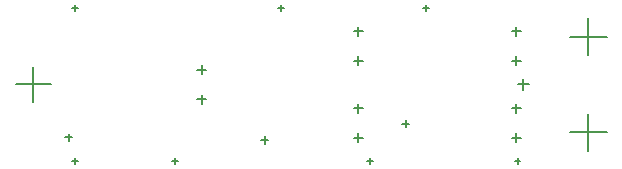
<source format=gbr>
%TF.GenerationSoftware,Altium Limited,Altium Designer,18.1.7 (191)*%
G04 Layer_Color=128*
%FSLAX45Y45*%
%MOMM*%
%TF.FileFunction,Drillmap*%
%TF.Part,Single*%
G01*
G75*
%TA.AperFunction,NonConductor*%
%ADD50C,0.12700*%
D50*
X-4375000Y650000D02*
X-4325000D01*
X-4350000Y625000D02*
Y675000D01*
X-4375000Y-650000D02*
X-4325000D01*
X-4350000Y-675000D02*
Y-625000D01*
X-3525000Y-650000D02*
X-3475000D01*
X-3500000Y-675000D02*
Y-625000D01*
X-2625000Y650000D02*
X-2575000D01*
X-2600000Y625000D02*
Y675000D01*
X-1875000Y-650000D02*
X-1825000D01*
X-1850000Y-675000D02*
Y-625000D01*
X-1400000Y650000D02*
X-1350000D01*
X-1375000Y625000D02*
Y675000D01*
X-625000Y-650000D02*
X-575000D01*
X-600000Y-675000D02*
Y-625000D01*
X-1988100Y-450000D02*
X-1911900D01*
X-1950000Y-488100D02*
Y-411900D01*
X-1988100Y-200000D02*
X-1911900D01*
X-1950000Y-238100D02*
Y-161900D01*
X-3313100Y-125000D02*
X-3236900D01*
X-3275000Y-163100D02*
Y-86900D01*
X-3313100Y125000D02*
X-3236900D01*
X-3275000Y86900D02*
Y163100D01*
X-1988100Y200000D02*
X-1911900D01*
X-1950000Y161900D02*
Y238100D01*
X-1988100Y450000D02*
X-1911900D01*
X-1950000Y411900D02*
Y488100D01*
X-648100Y-200000D02*
X-571900D01*
X-610000Y-238100D02*
Y-161900D01*
X-648100Y-450000D02*
X-571900D01*
X-610000Y-488100D02*
Y-411900D01*
X-648100Y450000D02*
X-571900D01*
X-610000Y411900D02*
Y488100D01*
X-648100Y200000D02*
X-571900D01*
X-610000Y161900D02*
Y238100D01*
X-155000Y-406000D02*
X155000D01*
X0Y-561000D02*
Y-251000D01*
X-155000Y406000D02*
X155000D01*
X0Y251000D02*
Y561000D01*
X-600000Y-0D02*
X-500000D01*
X-550000Y-50000D02*
Y50000D01*
X-4850000Y-0D02*
X-4550000D01*
X-4700000Y-150000D02*
Y150000D01*
X-1576200Y-331300D02*
X-1516200D01*
X-1546200Y-361300D02*
Y-301300D01*
X-2768995Y-470000D02*
X-2708995D01*
X-2738995Y-500000D02*
Y-440000D01*
X-4430000Y-445000D02*
X-4370000D01*
X-4400000Y-475000D02*
Y-415000D01*
%TF.MD5,59ab3a8730cc66518a8daa1ed8bf7133*%
M02*

</source>
